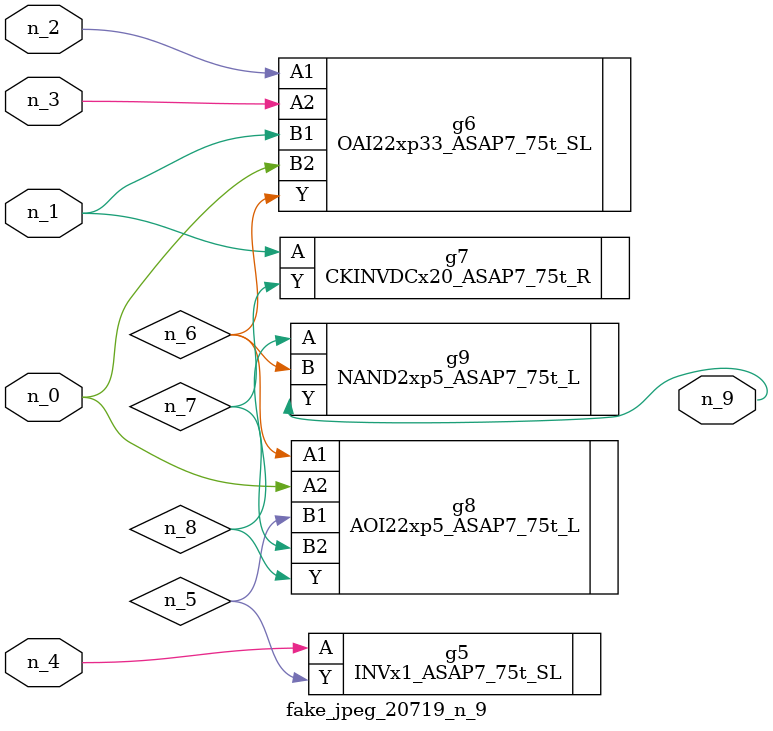
<source format=v>
module fake_jpeg_20719_n_9 (n_3, n_2, n_1, n_0, n_4, n_9);

input n_3;
input n_2;
input n_1;
input n_0;
input n_4;

output n_9;

wire n_8;
wire n_6;
wire n_5;
wire n_7;

INVx1_ASAP7_75t_SL g5 ( 
.A(n_4),
.Y(n_5)
);

OAI22xp33_ASAP7_75t_SL g6 ( 
.A1(n_2),
.A2(n_3),
.B1(n_1),
.B2(n_0),
.Y(n_6)
);

CKINVDCx20_ASAP7_75t_R g7 ( 
.A(n_1),
.Y(n_7)
);

AOI22xp5_ASAP7_75t_L g8 ( 
.A1(n_6),
.A2(n_0),
.B1(n_5),
.B2(n_7),
.Y(n_8)
);

NAND2xp5_ASAP7_75t_L g9 ( 
.A(n_8),
.B(n_6),
.Y(n_9)
);


endmodule
</source>
